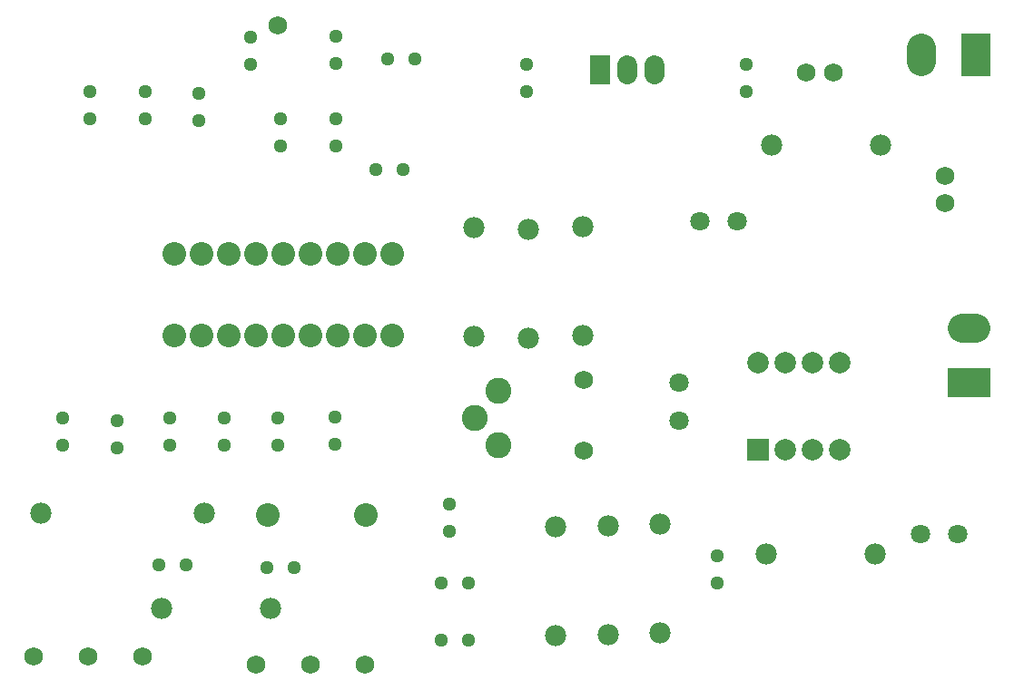
<source format=gbs>
G04 Layer: BottomSolderMaskLayer*
G04 EasyEDA v6.5.1, 2022-03-19 16:14:10*
G04 3ebca1db3f2944888bc2407653f8670d,b39d96d8288a45daa3b91a2d81ef2d09,10*
G04 Gerber Generator version 0.2*
G04 Scale: 100 percent, Rotated: No, Reflected: No *
G04 Dimensions in millimeters *
G04 leading zeros omitted , absolute positions ,4 integer and 5 decimal *
%FSLAX45Y45*%
%MOMM*%

%ADD30C,2.7432*%
%ADD31C,1.9016*%
%ADD32C,1.2954*%
%ADD33C,1.7272*%
%ADD34C,1.8032*%
%ADD35C,2.2032*%
%ADD36C,1.9812*%
%ADD37C,1.7526*%
%ADD40C,2.4232*%
%ADD42C,2.0032*%

%LPD*%
D30*
X9283700Y5473700D02*
G01*
X9283700Y5346700D01*
X9791700Y2857500D02*
G01*
X9664700Y2857500D01*
D31*
X6538493Y5311007D02*
G01*
X6538493Y5231008D01*
X6796506Y5310017D02*
G01*
X6796506Y5230017D01*
D32*
G01*
X1524000Y4813300D03*
G01*
X1524000Y5067300D03*
G01*
X2044700Y4813300D03*
G01*
X2044700Y5067300D03*
G01*
X2540000Y4800600D03*
G01*
X2540000Y5054600D03*
G01*
X3022600Y5321300D03*
G01*
X3022600Y5575300D03*
G01*
X3822700Y5334000D03*
G01*
X3822700Y5588000D03*
G01*
X4305300Y5372100D03*
G01*
X4559300Y5372100D03*
G01*
X3302000Y4559300D03*
G01*
X3302000Y4813300D03*
G01*
X3822700Y4559300D03*
G01*
X3822700Y4813300D03*
G01*
X4191000Y4343400D03*
G01*
X4445000Y4343400D03*
G01*
X1270000Y1765300D03*
G01*
X1270000Y2019300D03*
G01*
X1778000Y1739900D03*
G01*
X1778000Y1993900D03*
G01*
X2273300Y1765300D03*
G01*
X2273300Y2019300D03*
G01*
X2781300Y1765300D03*
G01*
X2781300Y2019300D03*
G01*
X3276600Y1765300D03*
G01*
X3276600Y2019300D03*
G01*
X3810000Y1778000D03*
G01*
X3810000Y2032000D03*
G01*
X3429000Y622300D03*
G01*
X3175000Y622300D03*
G01*
X5600700Y5067300D03*
G01*
X5600700Y5321300D03*
G01*
X7645400Y5067300D03*
G01*
X7645400Y5321300D03*
G01*
X2171700Y647700D03*
G01*
X2425700Y647700D03*
G01*
X4800600Y-50800D03*
G01*
X5054600Y-50800D03*
G01*
X4800600Y482600D03*
G01*
X5054600Y482600D03*
G01*
X4876800Y965200D03*
G01*
X4876800Y1219200D03*
G01*
X7378700Y482600D03*
G01*
X7378700Y736600D03*
D33*
G01*
X8204200Y5245100D03*
G01*
X8458200Y5245100D03*
D34*
G01*
X7023100Y2346705D03*
G01*
X7023100Y1996694D03*
G01*
X7566406Y3860800D03*
G01*
X7216393Y3860800D03*
G01*
X9623806Y939800D03*
G01*
X9273793Y939800D03*
D33*
G01*
X6134100Y1714500D03*
G01*
X6134100Y2374900D03*
D35*
G01*
X3187700Y1117600D03*
G01*
X4102100Y1117600D03*
D36*
G01*
X1066800Y1130300D03*
G01*
X2590800Y1130300D03*
D37*
G01*
X9499600Y4279900D03*
G01*
X9499600Y4025900D03*
G36*
X9654540Y5209539D02*
G01*
X9654540Y5610860D01*
X9928859Y5610860D01*
X9928859Y5209539D01*
G37*
G36*
X9527540Y2212339D02*
G01*
X9527540Y2486660D01*
X9928859Y2486660D01*
X9928859Y2212339D01*
G37*
D40*
G01*
X5334000Y2273300D03*
G01*
X5118100Y2019300D03*
G01*
X5334000Y1765300D03*
D36*
G01*
X5105400Y2781300D03*
G01*
X5105400Y3797300D03*
G01*
X5613400Y2768600D03*
G01*
X5613400Y3784600D03*
G01*
X6121400Y2794000D03*
G01*
X6121400Y3810000D03*
G01*
X6362700Y0D03*
G01*
X6362700Y1016000D03*
G01*
X6845300Y12700D03*
G01*
X6845300Y1028700D03*
G01*
X3213100Y241300D03*
G01*
X2197100Y241300D03*
G01*
X5867400Y1003300D03*
G01*
X5867400Y-12700D03*
G01*
X7835900Y749300D03*
G01*
X8851900Y749300D03*
G01*
X7886700Y4572000D03*
G01*
X8902700Y4572000D03*
D33*
G01*
X1003300Y-203200D03*
G01*
X1511300Y-203200D03*
G01*
X2019300Y-203200D03*
G01*
X3073400Y-279400D03*
G01*
X3581400Y-279400D03*
G01*
X4089400Y-279400D03*
D35*
G01*
X2311400Y2794000D03*
G01*
X2565400Y2794000D03*
G01*
X2819400Y2794000D03*
G01*
X3073400Y2794000D03*
G01*
X3327400Y2794000D03*
G01*
X3581400Y2794000D03*
G01*
X3835400Y2794000D03*
G01*
X4089400Y2794000D03*
G01*
X4343400Y2794000D03*
G01*
X4343400Y3556000D03*
G01*
X4089400Y3556000D03*
G01*
X3835400Y3556000D03*
G01*
X3581400Y3556000D03*
G01*
X3327400Y3556000D03*
G01*
X3073400Y3556000D03*
G01*
X2819400Y3556000D03*
G01*
X2565400Y3556000D03*
G01*
X2311400Y3556000D03*
G36*
X7659624Y1626107D02*
G01*
X7659624Y1826513D01*
X7859775Y1826513D01*
X7859775Y1626107D01*
G37*
D42*
G01*
X8013700Y1726260D03*
G01*
X8267700Y1726260D03*
G01*
X8521700Y1726260D03*
G01*
X8521700Y2540000D03*
G01*
X8267700Y2540000D03*
G01*
X8013700Y2540000D03*
G01*
X7759700Y2540000D03*
G36*
X6189472Y5135879D02*
G01*
X6189472Y5406136D01*
X6379463Y5406136D01*
X6379463Y5135879D01*
G37*
D33*
G01*
X3276600Y5689600D03*
M02*

</source>
